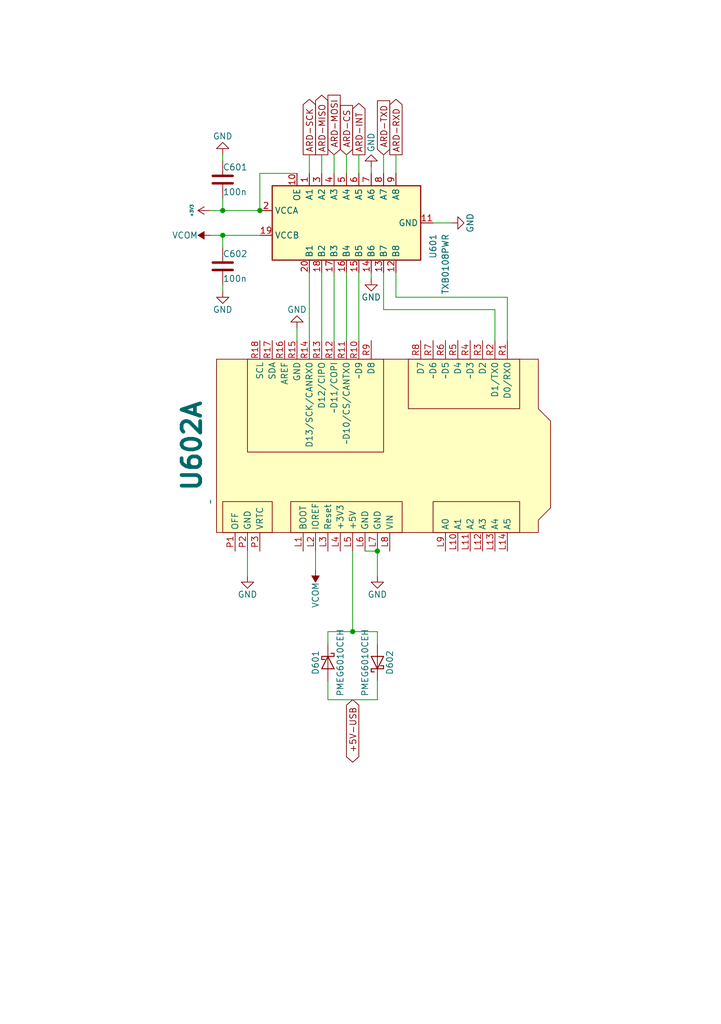
<source format=kicad_sch>
(kicad_sch (version 20230121) (generator eeschema)
  (paper "A5" portrait)
  (lib_symbols
    (symbol "Device:C" (pin_numbers hide) (pin_names (offset 0.254))
      (property "Reference" "C" (at 0.635 2.54 0))
      (property "Value" "C" (at 0.635 -2.54 0))
      (symbol "C_0_1"
        (polyline (pts (xy -2.032 -0.762) (xy 2.032 -0.762)) (stroke (width 0.508)))
        (polyline (pts (xy -2.032 0.762) (xy 2.032 0.762)) (stroke (width 0.508)))
      )
      (symbol "C_1_1"
        (pin passive line (at 0 3.81 270) (length 2.794) (name "~") (number "1"))
        (pin passive line (at 0 -3.81 90) (length 2.794) (name "~") (number "2"))
      )
    )
    (symbol "Diode:PMEG6010CEH" (pin_numbers hide) (pin_names hide)
      (property "Reference" "D" (at 0 2.54 0))
      (property "Value" "PMEG6010CEH" (at 0 -2.54 0))
      (symbol "PMEG6010CEH_0_1"
        (polyline (pts (xy 1.27 0) (xy -1.27 0)))
        (polyline (pts (xy 1.27 1.27) (xy 1.27 -1.27) (xy -1.27 0) (xy 1.27 1.27)) (stroke (width 0.2032)))
        (polyline (pts (xy -1.905 0.635) (xy -1.905 1.27) (xy -1.27 1.27) (xy -1.27 -1.27) (xy -0.635 -1.27) (xy -0.635 -0.635)) (stroke (width 0.2032)))
      )
      (symbol "PMEG6010CEH_1_1"
        (pin passive line (at -3.81 0 0) (length 2.54) (name "K") (number "1"))
        (pin passive line (at 3.81 0 180) (length 2.54) (name "A") (number "2"))
      )
    )
    (symbol "Logic_LevelTranslator:TXS0108EPW"
      (property "Reference" "U" (at -6.35 16.51 0))
      (property "Value" "TXS0108EPW" (at 3.81 16.51 0))
      (symbol "TXS0108EPW_0_1"
        (rectangle (start -7.62 15.24) (end 7.62 -15.24) (stroke (width 0.254)) (fill (type background)))
      )
      (symbol "TXS0108EPW_1_1"
        (pin bidirectional line (at -10.16 7.62 0) (length 2.54) (name "A1") (number "1"))
        (pin input line (at -10.16 10.16 0) (length 2.54) (name "OE") (number "10"))
        (pin power_in line (at 0 -17.78 90) (length 2.54) (name "GND") (number "11"))
        (pin bidirectional line (at 10.16 -10.16 180) (length 2.54) (name "B8") (number "12"))
        (pin bidirectional line (at 10.16 -7.62 180) (length 2.54) (name "B7") (number "13"))
        (pin bidirectional line (at 10.16 -5.08 180) (length 2.54) (name "B6") (number "14"))
        (pin bidirectional line (at 10.16 -2.54 180) (length 2.54) (name "B5") (number "15"))
        (pin bidirectional line (at 10.16 0 180) (length 2.54) (name "B4") (number "16"))
        (pin bidirectional line (at 10.16 2.54 180) (length 2.54) (name "B3") (number "17"))
        (pin bidirectional line (at 10.16 5.08 180) (length 2.54) (name "B2") (number "18"))
        (pin power_in line (at 2.54 17.78 270) (length 2.54) (name "VCCB") (number "19"))
        (pin power_in line (at -2.54 17.78 270) (length 2.54) (name "VCCA") (number "2"))
        (pin bidirectional line (at 10.16 7.62 180) (length 2.54) (name "B1") (number "20"))
        (pin bidirectional line (at -10.16 5.08 0) (length 2.54) (name "A2") (number "3"))
        (pin bidirectional line (at -10.16 2.54 0) (length 2.54) (name "A3") (number "4"))
        (pin bidirectional line (at -10.16 0 0) (length 2.54) (name "A4") (number "5"))
        (pin bidirectional line (at -10.16 -2.54 0) (length 2.54) (name "A5") (number "6"))
        (pin bidirectional line (at -10.16 -5.08 0) (length 2.54) (name "A6") (number "7"))
        (pin bidirectional line (at -10.16 -7.62 0) (length 2.54) (name "A7") (number "8"))
        (pin bidirectional line (at -10.16 -10.16 0) (length 2.54) (name "A8") (number "9"))
      )
    )
    (symbol "Project_Specific_Arduino:Arduino_UNO_4"
      (property "Reference" "U" (at -15.24 40.64 0))
      (symbol "Arduino_UNO_4_1_1"
        (rectangle (start -17.78 -6.35) (end -11.43 -24.13) (fill (type background)))
        (rectangle (start -17.78 22.86) (end -11.43 0) (fill (type background)))
        (rectangle (start -17.78 36.83) (end -11.43 26.67) (fill (type background)))
        (rectangle (start -1.27 31.75) (end 17.78 3.81) (fill (type background)))
        (polyline (pts (xy -17.78 38.1) (xy -17.78 -27.94) (xy -15.24 -27.94) (xy -12.7 -30.48) (xy 5.08 -30.48) (xy 7.62 -27.94) (xy 17.78 -27.94) (xy 17.78 38.1) (xy -17.78 38.1)) (fill (type background)))
        (rectangle (start 7.62 -1.27) (end 17.78 -24.13) (fill (type background)))
        (pin input line (at -21.59 20.32 0) (length 3.81) (name "BOOT") (number "L1"))
        (pin bidirectional line (at -21.59 -11.43 0) (length 3.81) (name "A1") (number "L10"))
        (pin bidirectional line (at -21.59 -13.97 0) (length 3.81) (name "A2") (number "L11"))
        (pin bidirectional line (at -21.59 -16.51 0) (length 3.81) (name "A3") (number "L12"))
        (pin bidirectional line (at -21.59 -19.05 0) (length 3.81) (name "A4") (number "L13"))
        (pin bidirectional line (at -21.59 -21.59 0) (length 3.81) (name "A5") (number "L14"))
        (pin power_out line (at -21.59 17.78 0) (length 3.81) (name "IOREF") (number "L2"))
        (pin input line (at -21.59 15.24 0) (length 3.81) (name "Reset") (number "L3"))
        (pin power_out line (at -21.59 12.7 0) (length 3.81) (name "+3V3") (number "L4"))
        (pin power_out line (at -21.59 10.16 0) (length 3.81) (name "+5V") (number "L5"))
        (pin power_out line (at -21.59 7.62 0) (length 3.81) (name "GND") (number "L6"))
        (pin power_out line (at -21.59 5.08 0) (length 3.81) (name "GND") (number "L7"))
        (pin power_out line (at -21.59 2.54 0) (length 3.81) (name "VIN") (number "L8"))
        (pin bidirectional line (at -21.59 -8.89 0) (length 3.81) (name "A0") (number "L9"))
        (pin input line (at -21.59 34.29 0) (length 3.81) (name "OFF") (number "P1"))
        (pin power_out line (at -21.59 31.75 0) (length 3.81) (name "GND") (number "P2"))
        (pin power_in line (at -21.59 29.21 0) (length 3.81) (name "VRTC") (number "P3"))
        (pin bidirectional line (at 21.59 -21.59 180) (length 3.81) (name "D0/RX0") (number "R1"))
        (pin bidirectional line (at 21.59 8.89 180) (length 3.81) (name "~D9") (number "R10"))
        (pin bidirectional line (at 21.59 11.43 180) (length 3.81) (name "~D10/CS/CANTX0") (number "R11"))
        (pin bidirectional line (at 21.59 13.97 180) (length 3.81) (name "~D11/COPI") (number "R12"))
        (pin bidirectional line (at 21.59 16.51 180) (length 3.81) (name "D12/CIPO") (number "R13"))
        (pin bidirectional line (at 21.59 19.05 180) (length 3.81) (name "D13/SCK/CANRX0") (number "R14"))
        (pin power_out line (at 21.59 21.59 180) (length 3.81) (name "GND") (number "R15"))
        (pin output line (at 21.59 24.13 180) (length 3.81) (name "AREF") (number "R16"))
        (pin bidirectional line (at 21.59 26.67 180) (length 3.81) (name "SDA") (number "R17"))
        (pin bidirectional line (at 21.59 29.21 180) (length 3.81) (name "SCL") (number "R18"))
        (pin bidirectional line (at 21.59 -19.05 180) (length 3.81) (name "D1/TX0") (number "R2"))
        (pin bidirectional line (at 21.59 -16.51 180) (length 3.81) (name "D2") (number "R3"))
        (pin bidirectional line (at 21.59 -13.97 180) (length 3.81) (name "~D3") (number "R4"))
        (pin bidirectional line (at 21.59 -11.43 180) (length 3.81) (name "D4") (number "R5"))
        (pin bidirectional line (at 21.59 -8.89 180) (length 3.81) (name "~D5") (number "R6"))
        (pin bidirectional line (at 21.59 -6.35 180) (length 3.81) (name "~D6") (number "R7"))
        (pin bidirectional line (at 21.59 -3.81 180) (length 3.81) (name "D7") (number "R8"))
        (pin bidirectional line (at 21.59 6.35 180) (length 3.81) (name "D8") (number "R9"))
      )
      (symbol "Arduino_UNO_4_2_1"
        (rectangle (start -3.81 10.16) (end 3.81 -7.62) (fill (type background)))
        (pin bidirectional line (at 7.62 7.62 180) (length 3.81) (name "CIPO") (number "C1"))
        (pin power_out line (at 7.62 5.08 180) (length 3.81) (name "+5V") (number "C2"))
        (pin bidirectional line (at 7.62 2.54 180) (length 3.81) (name "SCK") (number "C3"))
        (pin bidirectional line (at 7.62 0 180) (length 3.81) (name "COPI") (number "C4"))
        (pin bidirectional line (at 7.62 -2.54 180) (length 3.81) (name "RESET") (number "C5"))
        (pin power_out line (at 7.62 -5.08 180) (length 3.81) (name "GND") (number "C6"))
      )
      (symbol "Arduino_UNO_4_3_1"
        (rectangle (start -7.62 8.89) (end 10.16 -8.89) (fill (type background)))
        (text "ESP32S3" (at -2.54 7.62 0) (effects (font (size 1.27 1.27) bold)))
        (pin bidirectional line (at 13.97 6.35 180) (length 3.81) (name "GPIO42") (number "E1"))
        (pin bidirectional line (at 13.97 3.81 180) (length 3.81) (name "GPIO41") (number "E2"))
        (pin bidirectional line (at 13.97 1.27 180) (length 3.81) (name "GPIO43/TXD0") (number "E3"))
        (pin bidirectional line (at 13.97 -1.27 180) (length 3.81) (name "GPIO0/DOWNLOAD") (number "E4"))
        (pin bidirectional line (at 13.97 -3.81 180) (length 3.81) (name "GPIO44/RXD0") (number "E5"))
        (pin power_out line (at 13.97 -6.35 180) (length 3.81) (name "GND") (number "E6"))
      )
    )
    (symbol "Project_Specific_Power:+3V3" (power) (pin_names (offset 0))
      (property "Value" "+3V3" (at 0 3.175 0))
      (symbol "+3V3_0_1"
        (polyline (pts (xy -0.762 1.27) (xy 0 2.54)))
        (polyline (pts (xy 0 0) (xy 0 2.54)))
        (polyline (pts (xy 0 2.54) (xy 0.762 1.27)))
      )
      (symbol "+3V3_1_1"
        (pin power_in line (at 0 0 90) (length 0) hide (name "+3V3") (number "1"))
      )
    )
    (symbol "power:GND" (power) (pin_names (offset 0))
      (property "Value" "GND" (at 0 -3.81 0))
      (symbol "GND_0_1"
        (polyline (pts (xy 0 0) (xy 0 -1.27) (xy 1.27 -1.27) (xy 0 -2.54) (xy -1.27 -1.27) (xy 0 -1.27)))
      )
      (symbol "GND_1_1"
        (pin power_in line (at 0 0 270) (length 0) hide (name "GND") (number "1"))
      )
    )
    (symbol "power:VCOM" (power) (pin_names (offset 0))
      (property "Value" "VCOM" (at 0 3.81 0))
      (symbol "VCOM_0_1"
        (polyline (pts (xy 0 0) (xy 0 2.54)))
        (polyline (pts (xy 0.762 1.27) (xy -0.762 1.27) (xy 0 2.54) (xy 0.762 1.27)) (fill (type outline)))
      )
      (symbol "VCOM_1_1"
        (pin power_in line (at 0 0 90) (length 0) hide (name "VCOM") (number "1"))
      )
    )
  )
  (junction (at 77.47 113.03))
  (junction (at 45.72 48.26))
  (junction (at 72.39 129.54))
  (junction (at 45.72 43.18))
  (junction (at 53.34 43.18))
  (wire (pts (xy 63.5 31.75) (xy 63.5 35.56)))
  (wire (pts (xy 45.72 58.42) (xy 45.72 59.69)))
  (wire (pts (xy 77.47 113.03) (xy 77.47 118.11)))
  (wire (pts (xy 74.93 113.03) (xy 77.47 113.03)))
  (wire (pts (xy 71.12 55.88) (xy 71.12 69.85)))
  (wire (pts (xy 81.28 31.75) (xy 81.28 35.56)))
  (wire (pts (xy 101.6 63.5) (xy 78.74 63.5)))
  (wire (pts (xy 53.34 35.56) (xy 53.34 43.18)))
  (wire (pts (xy 71.12 31.75) (xy 71.12 35.56)))
  (wire (pts (xy 45.72 43.18) (xy 53.34 43.18)))
  (wire (pts (xy 66.04 31.75) (xy 66.04 35.56)))
  (wire (pts (xy 73.66 31.75) (xy 73.66 35.56)))
  (wire (pts (xy 45.72 40.64) (xy 45.72 43.18)))
  (wire (pts (xy 43.18 48.26) (xy 45.72 48.26)))
  (wire (pts (xy 76.2 34.29) (xy 76.2 35.56)))
  (wire (pts (xy 67.31 139.7) (xy 67.31 143.51)))
  (wire (pts (xy 81.28 60.96) (xy 104.14 60.96)))
  (wire (pts (xy 67.31 132.08) (xy 67.31 129.54)))
  (wire (pts (xy 78.74 63.5) (xy 78.74 55.88)))
  (wire (pts (xy 45.72 31.75) (xy 45.72 33.02)))
  (wire (pts (xy 67.31 143.51) (xy 77.47 143.51)))
  (wire (pts (xy 77.47 143.51) (xy 77.47 139.7)))
  (wire (pts (xy 88.9 45.72) (xy 92.71 45.72)))
  (wire (pts (xy 68.58 31.75) (xy 68.58 35.56)))
  (wire (pts (xy 104.14 60.96) (xy 104.14 69.85)))
  (wire (pts (xy 63.5 55.88) (xy 63.5 69.85)))
  (wire (pts (xy 50.8 118.11) (xy 50.8 113.03)))
  (wire (pts (xy 76.2 55.88) (xy 76.2 57.15)))
  (wire (pts (xy 78.74 31.75) (xy 78.74 35.56)))
  (wire (pts (xy 68.58 55.88) (xy 68.58 69.85)))
  (wire (pts (xy 81.28 55.88) (xy 81.28 60.96)))
  (wire (pts (xy 101.6 69.85) (xy 101.6 63.5)))
  (wire (pts (xy 66.04 55.88) (xy 66.04 69.85)))
  (wire (pts (xy 45.72 48.26) (xy 53.34 48.26)))
  (wire (pts (xy 60.96 69.85) (xy 60.96 67.31)))
  (wire (pts (xy 73.66 55.88) (xy 73.66 69.85)))
  (wire (pts (xy 72.39 113.03) (xy 72.39 129.54)))
  (wire (pts (xy 60.96 35.56) (xy 53.34 35.56)))
  (wire (pts (xy 43.18 43.18) (xy 45.72 43.18)))
  (wire (pts (xy 72.39 129.54) (xy 77.47 129.54)))
  (wire (pts (xy 45.72 48.26) (xy 45.72 50.8)))
  (wire (pts (xy 77.47 129.54) (xy 77.47 132.08)))
  (wire (pts (xy 64.77 116.84) (xy 64.77 113.03)))
  (wire (pts (xy 67.31 129.54) (xy 72.39 129.54)))
  (global_label "ARD-RXD" (shape output) (at 81.28 31.75 90) (property "Intersheetrefs" "${INTERSHEET_REFS}" (at 81.28 19.8143 90) (effects (justify left))))
  (global_label "ARD-SCK" (shape output) (at 63.5 31.75 90) (property "Intersheetrefs" "${INTERSHEET_REFS}" (at 63.5 19.8143 90) (effects (justify left))))
  (global_label "+5V-USB" (shape bidirectional) (at 72.39 143.51 270) (property "Intersheetrefs" "${INTERSHEET_REFS}" (at 72.39 156.8594 90) (effects (justify right))))
  (global_label "ARD-MISO" (shape output) (at 66.04 31.75 90) (property "Intersheetrefs" "${INTERSHEET_REFS}" (at 66.04 18.9676 90) (effects (justify left))))
  (global_label "ARD-TXD" (shape input) (at 78.74 31.75 90) (property "Intersheetrefs" "${INTERSHEET_REFS}" (at 78.74 20.1167 90) (effects (justify left))))
  (global_label "ARD-INT" (shape output) (at 73.66 31.75 90) (property "Intersheetrefs" "${INTERSHEET_REFS}" (at 73.66 20.6609 90) (effects (justify left))))
  (global_label "ARD-CS" (shape input) (at 71.12 31.75 90) (property "Intersheetrefs" "${INTERSHEET_REFS}" (at 71.12 21.0843 90) (effects (justify left))))
  (global_label "ARD-MOSI" (shape input) (at 68.58 31.75 90) (property "Intersheetrefs" "${INTERSHEET_REFS}" (at 68.58 18.9676 90) (effects (justify left))))
  (symbol (lib_id "Diode:PMEG6010CEH") (at 67.31 135.89 270) (unit 1)
    (property "Reference" "D601" (at 64.77 135.89 0))
    (property "Value" "PMEG6010CEH" (at 69.85 135.89 0))
    (property "Footprint" "Diode_SMD:D_SOD-123F" (effects hide))
    (property "Datasheet" "https://assets.nexperia.com/documents/data-sheet/PMEG6010CEH_PMEG6010CEJ.pdf" (effects hide))
    (instances (project "SinglePair-Eth-Gateway" (path "" (reference "D601") (unit 1))) (project "Hemispherical-3D-Camera" (path "" (reference "D402") (unit 1))))
  )
  (symbol (lib_id "power:GND") (at 76.2 57.15 0) (unit 1)
    (property "Reference" "#PWR0609" (effects hide))
    (property "Value" "GND" (at 76.2 60.96 0))
  )
  (symbol (lib_id "power:GND") (at 60.96 67.31 180) (unit 1)
    (property "Reference" "#PWR0606" (effects hide))
    (property "Value" "GND" (at 60.96 63.5 0))
  )
  (symbol (lib_id "power:GND") (at 77.47 118.11 0) (unit 1)
    (property "Reference" "#PWR0610" (effects hide))
    (property "Value" "GND" (at 77.47 121.92 0))
  )
  (symbol (lib_id "power:GND") (at 76.2 34.29 180) (unit 1)
    (property "Reference" "#PWR0608" (effects hide))
    (property "Value" "GND" (at 76.2 29.21 90))
  )
  (symbol (lib_id "Logic_LevelTranslator:TXS0108EPW") (at 71.12 45.72 90) (mirror x) (unit 1)
    (property "Reference" "U601" (at 88.9 47.9141 0) (effects (justify left)))
    (property "Value" "TXB0108PWR" (at 91.44 47.9141 0) (effects (justify left)))
    (property "Footprint" "Package_SO:TSSOP-20_4.4x6.5mm_P0.65mm" (effects hide))
    (property "Datasheet" "https://www.ti.com/lit/ds/symlink/txb0108.pdf" (effects hide))
  )
  (symbol (lib_id "Project_Specific_Arduino:Arduino_UNO_4") (at 82.55 91.44 90) (unit 1)
    (property "Reference" "U602" (at 39.37 91.44 0) (effects (font (size 3.81 3.81) bold)))
    (property "Value" "~" (at 43.18 102.87 0))
    (property "Footprint" "Project_Specific_Arduino:Arduino_UNO_3_Connectors" (effects hide))
  )
  (symbol (lib_id "power:GND") (at 45.72 31.75 180) (unit 1)
    (property "Reference" "#PWR0603" (effects hide))
    (property "Value" "GND" (at 45.72 27.94 0))
  )
  (symbol (lib_id "power:VCOM") (at 43.18 48.26 90) (mirror x) (unit 1)
    (property "Reference" "#PWR0602" (effects hide))
    (property "Value" "VCOM" (at 40.64 48.26 90) (effects (justify left)))
  )
  (symbol (lib_id "power:GND") (at 92.71 45.72 90) (mirror x) (unit 1)
    (property "Reference" "#PWR0611" (effects hide))
    (property "Value" "GND" (at 96.52 45.72 0))
  )
  (symbol (lib_id "power:VCOM") (at 64.77 116.84 180) (unit 1)
    (property "Reference" "#PWR0607" (effects hide))
    (property "Value" "VCOM" (at 64.77 119.38 90) (effects (justify left)))
  )
  (symbol (lib_id "Device:C") (at 45.72 36.83 0) (unit 1)
    (property "Reference" "C601" (at 45.72 34.29 0) (effects (justify left)))
    (property "Value" "100n" (at 45.72 39.37 0) (effects (justify left)))
    (property "Footprint" "Capacitor_SMD:C_0603_1608Metric" (effects hide))
  )
  (symbol (lib_id "Device:C") (at 45.72 54.61 0) (unit 1)
    (property "Reference" "C602" (at 45.72 52.07 0) (effects (justify left)))
    (property "Value" "100n" (at 45.72 57.15 0) (effects (justify left)))
    (property "Footprint" "Capacitor_SMD:C_0603_1608Metric" (effects hide))
  )
  (symbol (lib_id "Diode:PMEG6010CEH") (at 77.47 135.89 90) (unit 1)
    (property "Reference" "D602" (at 80.01 135.89 0))
    (property "Value" "PMEG6010CEH" (at 74.93 135.89 0))
    (property "Footprint" "Diode_SMD:D_SOD-123F" (effects hide))
    (property "Datasheet" "https://assets.nexperia.com/documents/data-sheet/PMEG6010CEH_PMEG6010CEJ.pdf" (effects hide))
    (instances (project "SinglePair-Eth-Gateway" (path "" (reference "D602") (unit 1))) (project "Hemispherical-3D-Camera" (path "" (reference "D402") (unit 1))))
  )
  (symbol (lib_id "power:GND") (at 45.72 59.69 0) (unit 1)
    (property "Reference" "#PWR0604" (effects hide))
    (property "Value" "GND" (at 45.72 63.5 0))
  )
  (symbol (lib_id "Project_Specific_Power:+3V3") (at 43.18 43.18 90) (mirror x) (unit 1)
    (property "Reference" "#PWR0601" (effects hide))
    (property "Value" "+3V3" (at 39.37 43.18 0) (effects (font (size 0.635 0.635))))
  )
  (symbol (lib_id "power:GND") (at 50.8 118.11 0) (unit 1)
    (property "Reference" "#PWR0605" (effects hide))
    (property "Value" "GND" (at 50.8 121.92 0))
  )
)
</source>
